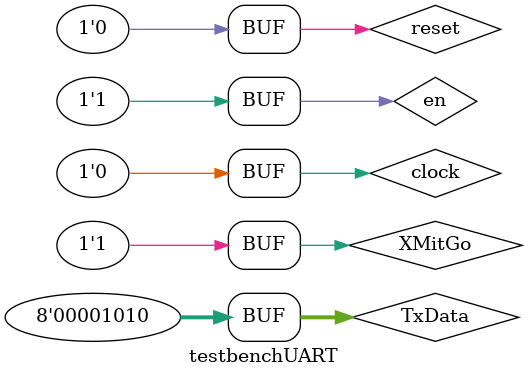
<source format=sv>

/****************************************************************************
 * UART.sv
 ****************************************************************************/

  
/**
 * Module: UART
 * 
 * TODO: Add module documentation
 */
module UART(input baudLimiter, input clock, input reset, input [7:0] TxData, input XMitGo, output reg TxEmpty,output reg TxOut);
	
	localparam 	start    = 1, //this is the idle state, TxOut is high, and TxEmpty is true (high)
				sendBit  = 2, //this is where we begin our packet, TxOut is pulled low and TxEmpty is set to false, (low)
				sendData = 3; //this is where we send our data, what bit TxOut is equal to is dependent on how many times send data has been invoked,
								//after this segment, we go back to idle (start) where TxOut is pulled high and TxEmpty is true for at least one baudcycle.
	reg [3:0] bitPointer=0;
	reg Done;
	localparam lastBit = 7;
	reg [1:0] state = start;
	reg [7:0] localTxData;
	always_comb
	begin
		if(bitPointer == lastBit)
		begin
			Done = 1;
		end
			else
			begin
				Done = 0;
			end
		
	end
	always_ff @(posedge clock)
	begin
	/*	if(reset)
		begin
			state<=start;
		end
	*/
	
		if(baudLimiter|reset) // if we are on the baudClock or we need to reset we update our state machine 
		begin
			case(state) //begin state machine
				start: // the start state,
				begin
					TxEmpty <= 1; //in our start state our TxEmpty is set high,
					TxOut   <= 1; //and our output is set high to signal that there is no byte ready
					localTxData<=8'hff;
					if(reset) //if we are in reset, we continue to be in the start state.
					begin
						state<=start;
					end
					else if(XMitGo) //if we aren't in reset and we have data we can pull,
					begin
						localTxData <= TxData; //then we'll set the data that we've pulled as our own local variable.
						state <= sendBit; //and set the state that will begin our packet.
					end
					
					
				end
				sendBit:
				begin
					if(reset) // if we are in reset, we need to stop what we are doing and head to start.
					begin
						state<=start;
					end
					else //otherwise, 
					begin
						TxEmpty<=0; //this is set to false,
						TxOut<=0; //out is set low, as we have our data
						localTxData<=localTxData; // our local data to send needs to remain the same here since we've pulled it from the driver.
						state <=sendData; //and the next state will be to send data.
						bitPointer <= 0; //since we are just starting our byte output, our bit pointer needs to be set to 0.
					end
				
					
				end
				sendData:
				begin
					if(reset) // if we are in reset, we need to stop what we are doing and head to start.
					begin
						state<=start;
					end
					else
					begin
						TxEmpty<=0; //TxEmpty needs to be false, we aren't looking for more data right now!
						TxOut<=localTxData[bitPointer]; //TxOut is going to be the bit of our local copy of the byte at our bit pointer
						localTxData<=localTxData; //our local tx data is going to remain the same in this state,
						
						
						if(Done) //if we've reached the end, we should set our next state to be the start since the start state pulls our tx line high.
						begin
							state<=start;
						end
						else //otherwise we should cycle back to this state with a new bitpointer.
						begin
							state<=sendData;
							bitPointer=bitPointer+1;
						end
						
						
					end
					
				end
				
			endcase
		end
		else //if we aren't in reset and we aren't on the baud limiters tick, everything this always block effects should remain the same.
		begin
			state<=state;
			bitPointer=bitPointer;
			TxOut<=TxOut;
			TxEmpty=TxEmpty;
			localTxData<=localTxData;
		end
		
		
		
	end
	
				
				


endmodule

module testbenchUART();
	reg [7:0] TxData;
	reg en, clock, reset,  XMitGo,  TxEmpty, TxOut;
	 UART test(en, clock, reset, TxData,  XMitGo,  TxEmpty, TxOut);
	 
	 
	 initial begin
	 clock = 0;
	 reset = 0;
	 XMitGo= 1;
	 TxData = 0;
	 en=0;
	 #10;
	 for(int i = 0; i<10;i++)
	 begin
	 TxData++;
	 clock = 1;#10;
	 clock = 0;#10;
	 
	 
	 
	 
	 
	 end
	 en =1;
	 for(int i = 0; i<10;i++)
	 begin
	 clock = 1;#10;
	 clock = 0;#10;
	 
	 
	 
	 
	 
	 end
	 
	 end
	 
		
	
	
endmodule 



</source>
